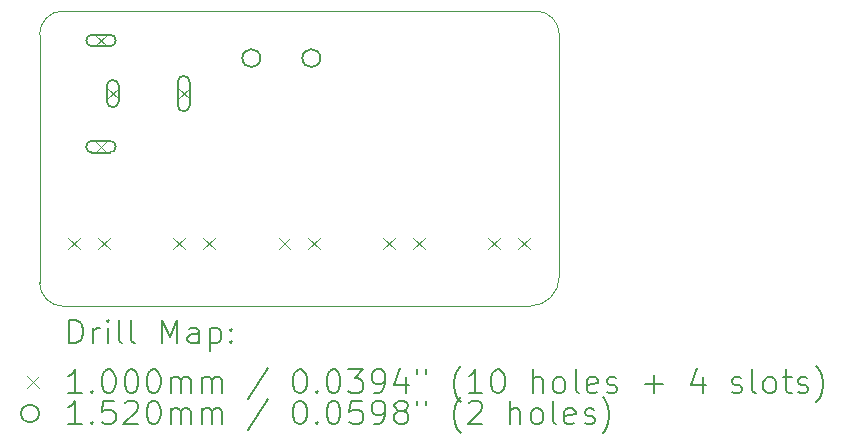
<source format=gbr>
%TF.GenerationSoftware,KiCad,Pcbnew,(6.0.8)*%
%TF.CreationDate,2023-01-24T15:15:18-07:00*%
%TF.ProjectId,Power,506f7765-722e-46b6-9963-61645f706362,rev?*%
%TF.SameCoordinates,Original*%
%TF.FileFunction,Drillmap*%
%TF.FilePolarity,Positive*%
%FSLAX45Y45*%
G04 Gerber Fmt 4.5, Leading zero omitted, Abs format (unit mm)*
G04 Created by KiCad (PCBNEW (6.0.8)) date 2023-01-24 15:15:18*
%MOMM*%
%LPD*%
G01*
G04 APERTURE LIST*
%ADD10C,0.100000*%
%ADD11C,0.200000*%
%ADD12C,0.152000*%
G04 APERTURE END LIST*
D10*
X11150000Y-10700000D02*
G75*
G03*
X11350000Y-10900000I200000J0D01*
G01*
X15350000Y-8400000D02*
X11350000Y-8400000D01*
X15300000Y-10900000D02*
G75*
G03*
X15550000Y-10650000I0J250000D01*
G01*
X15550000Y-10650000D02*
X15550000Y-8600000D01*
X11150000Y-8600000D02*
X11150000Y-10700000D01*
X15550000Y-8600000D02*
G75*
G03*
X15350000Y-8400000I-200000J0D01*
G01*
X11350000Y-10900000D02*
X15300000Y-10900000D01*
X11350000Y-8400000D02*
G75*
G03*
X11150000Y-8600000I0J-200000D01*
G01*
D11*
D10*
X11392250Y-10320000D02*
X11492250Y-10420000D01*
X11492250Y-10320000D02*
X11392250Y-10420000D01*
X11620000Y-8600000D02*
X11720000Y-8700000D01*
X11720000Y-8600000D02*
X11620000Y-8700000D01*
D11*
X11745000Y-8600000D02*
X11595000Y-8600000D01*
X11745000Y-8700000D02*
X11595000Y-8700000D01*
X11595000Y-8600000D02*
G75*
G03*
X11595000Y-8700000I0J-50000D01*
G01*
X11745000Y-8700000D02*
G75*
G03*
X11745000Y-8600000I0J50000D01*
G01*
D10*
X11620000Y-9500000D02*
X11720000Y-9600000D01*
X11720000Y-9500000D02*
X11620000Y-9600000D01*
D11*
X11745000Y-9500000D02*
X11595000Y-9500000D01*
X11745000Y-9600000D02*
X11595000Y-9600000D01*
X11595000Y-9500000D02*
G75*
G03*
X11595000Y-9600000I0J-50000D01*
G01*
X11745000Y-9600000D02*
G75*
G03*
X11745000Y-9500000I0J50000D01*
G01*
D10*
X11642250Y-10320000D02*
X11742250Y-10420000D01*
X11742250Y-10320000D02*
X11642250Y-10420000D01*
X11720000Y-9050000D02*
X11820000Y-9150000D01*
X11820000Y-9050000D02*
X11720000Y-9150000D01*
D11*
X11720000Y-9035000D02*
X11720000Y-9165000D01*
X11820000Y-9035000D02*
X11820000Y-9165000D01*
X11720000Y-9165000D02*
G75*
G03*
X11820000Y-9165000I50000J0D01*
G01*
X11820000Y-9035000D02*
G75*
G03*
X11720000Y-9035000I-50000J0D01*
G01*
D10*
X12281250Y-10320000D02*
X12381250Y-10420000D01*
X12381250Y-10320000D02*
X12281250Y-10420000D01*
X12320000Y-9050000D02*
X12420000Y-9150000D01*
X12420000Y-9050000D02*
X12320000Y-9150000D01*
D11*
X12320000Y-9000000D02*
X12320000Y-9200000D01*
X12420000Y-9000000D02*
X12420000Y-9200000D01*
X12320000Y-9200000D02*
G75*
G03*
X12420000Y-9200000I50000J0D01*
G01*
X12420000Y-9000000D02*
G75*
G03*
X12320000Y-9000000I-50000J0D01*
G01*
D10*
X12531250Y-10320000D02*
X12631250Y-10420000D01*
X12631250Y-10320000D02*
X12531250Y-10420000D01*
X13174250Y-10320000D02*
X13274250Y-10420000D01*
X13274250Y-10320000D02*
X13174250Y-10420000D01*
X13424250Y-10320000D02*
X13524250Y-10420000D01*
X13524250Y-10320000D02*
X13424250Y-10420000D01*
X14059250Y-10320000D02*
X14159250Y-10420000D01*
X14159250Y-10320000D02*
X14059250Y-10420000D01*
X14309250Y-10320000D02*
X14409250Y-10420000D01*
X14409250Y-10320000D02*
X14309250Y-10420000D01*
X14948250Y-10320000D02*
X15048250Y-10420000D01*
X15048250Y-10320000D02*
X14948250Y-10420000D01*
X15198250Y-10320000D02*
X15298250Y-10420000D01*
X15298250Y-10320000D02*
X15198250Y-10420000D01*
D12*
X13019000Y-8800000D02*
G75*
G03*
X13019000Y-8800000I-76000J0D01*
G01*
X13527000Y-8800000D02*
G75*
G03*
X13527000Y-8800000I-76000J0D01*
G01*
D11*
X11402619Y-11215476D02*
X11402619Y-11015476D01*
X11450238Y-11015476D01*
X11478809Y-11025000D01*
X11497857Y-11044048D01*
X11507381Y-11063095D01*
X11516905Y-11101190D01*
X11516905Y-11129762D01*
X11507381Y-11167857D01*
X11497857Y-11186905D01*
X11478809Y-11205952D01*
X11450238Y-11215476D01*
X11402619Y-11215476D01*
X11602619Y-11215476D02*
X11602619Y-11082143D01*
X11602619Y-11120238D02*
X11612143Y-11101190D01*
X11621667Y-11091667D01*
X11640714Y-11082143D01*
X11659762Y-11082143D01*
X11726428Y-11215476D02*
X11726428Y-11082143D01*
X11726428Y-11015476D02*
X11716905Y-11025000D01*
X11726428Y-11034524D01*
X11735952Y-11025000D01*
X11726428Y-11015476D01*
X11726428Y-11034524D01*
X11850238Y-11215476D02*
X11831190Y-11205952D01*
X11821667Y-11186905D01*
X11821667Y-11015476D01*
X11955000Y-11215476D02*
X11935952Y-11205952D01*
X11926428Y-11186905D01*
X11926428Y-11015476D01*
X12183571Y-11215476D02*
X12183571Y-11015476D01*
X12250238Y-11158333D01*
X12316905Y-11015476D01*
X12316905Y-11215476D01*
X12497857Y-11215476D02*
X12497857Y-11110714D01*
X12488333Y-11091667D01*
X12469286Y-11082143D01*
X12431190Y-11082143D01*
X12412143Y-11091667D01*
X12497857Y-11205952D02*
X12478809Y-11215476D01*
X12431190Y-11215476D01*
X12412143Y-11205952D01*
X12402619Y-11186905D01*
X12402619Y-11167857D01*
X12412143Y-11148810D01*
X12431190Y-11139286D01*
X12478809Y-11139286D01*
X12497857Y-11129762D01*
X12593095Y-11082143D02*
X12593095Y-11282143D01*
X12593095Y-11091667D02*
X12612143Y-11082143D01*
X12650238Y-11082143D01*
X12669286Y-11091667D01*
X12678809Y-11101190D01*
X12688333Y-11120238D01*
X12688333Y-11177381D01*
X12678809Y-11196428D01*
X12669286Y-11205952D01*
X12650238Y-11215476D01*
X12612143Y-11215476D01*
X12593095Y-11205952D01*
X12774048Y-11196428D02*
X12783571Y-11205952D01*
X12774048Y-11215476D01*
X12764524Y-11205952D01*
X12774048Y-11196428D01*
X12774048Y-11215476D01*
X12774048Y-11091667D02*
X12783571Y-11101190D01*
X12774048Y-11110714D01*
X12764524Y-11101190D01*
X12774048Y-11091667D01*
X12774048Y-11110714D01*
D10*
X11045000Y-11495000D02*
X11145000Y-11595000D01*
X11145000Y-11495000D02*
X11045000Y-11595000D01*
D11*
X11507381Y-11635476D02*
X11393095Y-11635476D01*
X11450238Y-11635476D02*
X11450238Y-11435476D01*
X11431190Y-11464048D01*
X11412143Y-11483095D01*
X11393095Y-11492619D01*
X11593095Y-11616428D02*
X11602619Y-11625952D01*
X11593095Y-11635476D01*
X11583571Y-11625952D01*
X11593095Y-11616428D01*
X11593095Y-11635476D01*
X11726428Y-11435476D02*
X11745476Y-11435476D01*
X11764524Y-11445000D01*
X11774048Y-11454524D01*
X11783571Y-11473571D01*
X11793095Y-11511667D01*
X11793095Y-11559286D01*
X11783571Y-11597381D01*
X11774048Y-11616428D01*
X11764524Y-11625952D01*
X11745476Y-11635476D01*
X11726428Y-11635476D01*
X11707381Y-11625952D01*
X11697857Y-11616428D01*
X11688333Y-11597381D01*
X11678809Y-11559286D01*
X11678809Y-11511667D01*
X11688333Y-11473571D01*
X11697857Y-11454524D01*
X11707381Y-11445000D01*
X11726428Y-11435476D01*
X11916905Y-11435476D02*
X11935952Y-11435476D01*
X11955000Y-11445000D01*
X11964524Y-11454524D01*
X11974048Y-11473571D01*
X11983571Y-11511667D01*
X11983571Y-11559286D01*
X11974048Y-11597381D01*
X11964524Y-11616428D01*
X11955000Y-11625952D01*
X11935952Y-11635476D01*
X11916905Y-11635476D01*
X11897857Y-11625952D01*
X11888333Y-11616428D01*
X11878809Y-11597381D01*
X11869286Y-11559286D01*
X11869286Y-11511667D01*
X11878809Y-11473571D01*
X11888333Y-11454524D01*
X11897857Y-11445000D01*
X11916905Y-11435476D01*
X12107381Y-11435476D02*
X12126428Y-11435476D01*
X12145476Y-11445000D01*
X12155000Y-11454524D01*
X12164524Y-11473571D01*
X12174048Y-11511667D01*
X12174048Y-11559286D01*
X12164524Y-11597381D01*
X12155000Y-11616428D01*
X12145476Y-11625952D01*
X12126428Y-11635476D01*
X12107381Y-11635476D01*
X12088333Y-11625952D01*
X12078809Y-11616428D01*
X12069286Y-11597381D01*
X12059762Y-11559286D01*
X12059762Y-11511667D01*
X12069286Y-11473571D01*
X12078809Y-11454524D01*
X12088333Y-11445000D01*
X12107381Y-11435476D01*
X12259762Y-11635476D02*
X12259762Y-11502143D01*
X12259762Y-11521190D02*
X12269286Y-11511667D01*
X12288333Y-11502143D01*
X12316905Y-11502143D01*
X12335952Y-11511667D01*
X12345476Y-11530714D01*
X12345476Y-11635476D01*
X12345476Y-11530714D02*
X12355000Y-11511667D01*
X12374048Y-11502143D01*
X12402619Y-11502143D01*
X12421667Y-11511667D01*
X12431190Y-11530714D01*
X12431190Y-11635476D01*
X12526428Y-11635476D02*
X12526428Y-11502143D01*
X12526428Y-11521190D02*
X12535952Y-11511667D01*
X12555000Y-11502143D01*
X12583571Y-11502143D01*
X12602619Y-11511667D01*
X12612143Y-11530714D01*
X12612143Y-11635476D01*
X12612143Y-11530714D02*
X12621667Y-11511667D01*
X12640714Y-11502143D01*
X12669286Y-11502143D01*
X12688333Y-11511667D01*
X12697857Y-11530714D01*
X12697857Y-11635476D01*
X13088333Y-11425952D02*
X12916905Y-11683095D01*
X13345476Y-11435476D02*
X13364524Y-11435476D01*
X13383571Y-11445000D01*
X13393095Y-11454524D01*
X13402619Y-11473571D01*
X13412143Y-11511667D01*
X13412143Y-11559286D01*
X13402619Y-11597381D01*
X13393095Y-11616428D01*
X13383571Y-11625952D01*
X13364524Y-11635476D01*
X13345476Y-11635476D01*
X13326428Y-11625952D01*
X13316905Y-11616428D01*
X13307381Y-11597381D01*
X13297857Y-11559286D01*
X13297857Y-11511667D01*
X13307381Y-11473571D01*
X13316905Y-11454524D01*
X13326428Y-11445000D01*
X13345476Y-11435476D01*
X13497857Y-11616428D02*
X13507381Y-11625952D01*
X13497857Y-11635476D01*
X13488333Y-11625952D01*
X13497857Y-11616428D01*
X13497857Y-11635476D01*
X13631190Y-11435476D02*
X13650238Y-11435476D01*
X13669286Y-11445000D01*
X13678809Y-11454524D01*
X13688333Y-11473571D01*
X13697857Y-11511667D01*
X13697857Y-11559286D01*
X13688333Y-11597381D01*
X13678809Y-11616428D01*
X13669286Y-11625952D01*
X13650238Y-11635476D01*
X13631190Y-11635476D01*
X13612143Y-11625952D01*
X13602619Y-11616428D01*
X13593095Y-11597381D01*
X13583571Y-11559286D01*
X13583571Y-11511667D01*
X13593095Y-11473571D01*
X13602619Y-11454524D01*
X13612143Y-11445000D01*
X13631190Y-11435476D01*
X13764524Y-11435476D02*
X13888333Y-11435476D01*
X13821667Y-11511667D01*
X13850238Y-11511667D01*
X13869286Y-11521190D01*
X13878809Y-11530714D01*
X13888333Y-11549762D01*
X13888333Y-11597381D01*
X13878809Y-11616428D01*
X13869286Y-11625952D01*
X13850238Y-11635476D01*
X13793095Y-11635476D01*
X13774048Y-11625952D01*
X13764524Y-11616428D01*
X13983571Y-11635476D02*
X14021667Y-11635476D01*
X14040714Y-11625952D01*
X14050238Y-11616428D01*
X14069286Y-11587857D01*
X14078809Y-11549762D01*
X14078809Y-11473571D01*
X14069286Y-11454524D01*
X14059762Y-11445000D01*
X14040714Y-11435476D01*
X14002619Y-11435476D01*
X13983571Y-11445000D01*
X13974048Y-11454524D01*
X13964524Y-11473571D01*
X13964524Y-11521190D01*
X13974048Y-11540238D01*
X13983571Y-11549762D01*
X14002619Y-11559286D01*
X14040714Y-11559286D01*
X14059762Y-11549762D01*
X14069286Y-11540238D01*
X14078809Y-11521190D01*
X14250238Y-11502143D02*
X14250238Y-11635476D01*
X14202619Y-11425952D02*
X14155000Y-11568809D01*
X14278809Y-11568809D01*
X14345476Y-11435476D02*
X14345476Y-11473571D01*
X14421667Y-11435476D02*
X14421667Y-11473571D01*
X14716905Y-11711667D02*
X14707381Y-11702143D01*
X14688333Y-11673571D01*
X14678809Y-11654524D01*
X14669286Y-11625952D01*
X14659762Y-11578333D01*
X14659762Y-11540238D01*
X14669286Y-11492619D01*
X14678809Y-11464048D01*
X14688333Y-11445000D01*
X14707381Y-11416428D01*
X14716905Y-11406905D01*
X14897857Y-11635476D02*
X14783571Y-11635476D01*
X14840714Y-11635476D02*
X14840714Y-11435476D01*
X14821667Y-11464048D01*
X14802619Y-11483095D01*
X14783571Y-11492619D01*
X15021667Y-11435476D02*
X15040714Y-11435476D01*
X15059762Y-11445000D01*
X15069286Y-11454524D01*
X15078809Y-11473571D01*
X15088333Y-11511667D01*
X15088333Y-11559286D01*
X15078809Y-11597381D01*
X15069286Y-11616428D01*
X15059762Y-11625952D01*
X15040714Y-11635476D01*
X15021667Y-11635476D01*
X15002619Y-11625952D01*
X14993095Y-11616428D01*
X14983571Y-11597381D01*
X14974048Y-11559286D01*
X14974048Y-11511667D01*
X14983571Y-11473571D01*
X14993095Y-11454524D01*
X15002619Y-11445000D01*
X15021667Y-11435476D01*
X15326428Y-11635476D02*
X15326428Y-11435476D01*
X15412143Y-11635476D02*
X15412143Y-11530714D01*
X15402619Y-11511667D01*
X15383571Y-11502143D01*
X15355000Y-11502143D01*
X15335952Y-11511667D01*
X15326428Y-11521190D01*
X15535952Y-11635476D02*
X15516905Y-11625952D01*
X15507381Y-11616428D01*
X15497857Y-11597381D01*
X15497857Y-11540238D01*
X15507381Y-11521190D01*
X15516905Y-11511667D01*
X15535952Y-11502143D01*
X15564524Y-11502143D01*
X15583571Y-11511667D01*
X15593095Y-11521190D01*
X15602619Y-11540238D01*
X15602619Y-11597381D01*
X15593095Y-11616428D01*
X15583571Y-11625952D01*
X15564524Y-11635476D01*
X15535952Y-11635476D01*
X15716905Y-11635476D02*
X15697857Y-11625952D01*
X15688333Y-11606905D01*
X15688333Y-11435476D01*
X15869286Y-11625952D02*
X15850238Y-11635476D01*
X15812143Y-11635476D01*
X15793095Y-11625952D01*
X15783571Y-11606905D01*
X15783571Y-11530714D01*
X15793095Y-11511667D01*
X15812143Y-11502143D01*
X15850238Y-11502143D01*
X15869286Y-11511667D01*
X15878809Y-11530714D01*
X15878809Y-11549762D01*
X15783571Y-11568809D01*
X15955000Y-11625952D02*
X15974048Y-11635476D01*
X16012143Y-11635476D01*
X16031190Y-11625952D01*
X16040714Y-11606905D01*
X16040714Y-11597381D01*
X16031190Y-11578333D01*
X16012143Y-11568809D01*
X15983571Y-11568809D01*
X15964524Y-11559286D01*
X15955000Y-11540238D01*
X15955000Y-11530714D01*
X15964524Y-11511667D01*
X15983571Y-11502143D01*
X16012143Y-11502143D01*
X16031190Y-11511667D01*
X16278809Y-11559286D02*
X16431190Y-11559286D01*
X16355000Y-11635476D02*
X16355000Y-11483095D01*
X16764524Y-11502143D02*
X16764524Y-11635476D01*
X16716905Y-11425952D02*
X16669286Y-11568809D01*
X16793095Y-11568809D01*
X17012143Y-11625952D02*
X17031190Y-11635476D01*
X17069286Y-11635476D01*
X17088333Y-11625952D01*
X17097857Y-11606905D01*
X17097857Y-11597381D01*
X17088333Y-11578333D01*
X17069286Y-11568809D01*
X17040714Y-11568809D01*
X17021667Y-11559286D01*
X17012143Y-11540238D01*
X17012143Y-11530714D01*
X17021667Y-11511667D01*
X17040714Y-11502143D01*
X17069286Y-11502143D01*
X17088333Y-11511667D01*
X17212143Y-11635476D02*
X17193095Y-11625952D01*
X17183571Y-11606905D01*
X17183571Y-11435476D01*
X17316905Y-11635476D02*
X17297857Y-11625952D01*
X17288333Y-11616428D01*
X17278810Y-11597381D01*
X17278810Y-11540238D01*
X17288333Y-11521190D01*
X17297857Y-11511667D01*
X17316905Y-11502143D01*
X17345476Y-11502143D01*
X17364524Y-11511667D01*
X17374048Y-11521190D01*
X17383571Y-11540238D01*
X17383571Y-11597381D01*
X17374048Y-11616428D01*
X17364524Y-11625952D01*
X17345476Y-11635476D01*
X17316905Y-11635476D01*
X17440714Y-11502143D02*
X17516905Y-11502143D01*
X17469286Y-11435476D02*
X17469286Y-11606905D01*
X17478810Y-11625952D01*
X17497857Y-11635476D01*
X17516905Y-11635476D01*
X17574048Y-11625952D02*
X17593095Y-11635476D01*
X17631190Y-11635476D01*
X17650238Y-11625952D01*
X17659762Y-11606905D01*
X17659762Y-11597381D01*
X17650238Y-11578333D01*
X17631190Y-11568809D01*
X17602619Y-11568809D01*
X17583571Y-11559286D01*
X17574048Y-11540238D01*
X17574048Y-11530714D01*
X17583571Y-11511667D01*
X17602619Y-11502143D01*
X17631190Y-11502143D01*
X17650238Y-11511667D01*
X17726429Y-11711667D02*
X17735952Y-11702143D01*
X17755000Y-11673571D01*
X17764524Y-11654524D01*
X17774048Y-11625952D01*
X17783571Y-11578333D01*
X17783571Y-11540238D01*
X17774048Y-11492619D01*
X17764524Y-11464048D01*
X17755000Y-11445000D01*
X17735952Y-11416428D01*
X17726429Y-11406905D01*
D12*
X11145000Y-11809000D02*
G75*
G03*
X11145000Y-11809000I-76000J0D01*
G01*
D11*
X11507381Y-11899476D02*
X11393095Y-11899476D01*
X11450238Y-11899476D02*
X11450238Y-11699476D01*
X11431190Y-11728048D01*
X11412143Y-11747095D01*
X11393095Y-11756619D01*
X11593095Y-11880428D02*
X11602619Y-11889952D01*
X11593095Y-11899476D01*
X11583571Y-11889952D01*
X11593095Y-11880428D01*
X11593095Y-11899476D01*
X11783571Y-11699476D02*
X11688333Y-11699476D01*
X11678809Y-11794714D01*
X11688333Y-11785190D01*
X11707381Y-11775667D01*
X11755000Y-11775667D01*
X11774048Y-11785190D01*
X11783571Y-11794714D01*
X11793095Y-11813762D01*
X11793095Y-11861381D01*
X11783571Y-11880428D01*
X11774048Y-11889952D01*
X11755000Y-11899476D01*
X11707381Y-11899476D01*
X11688333Y-11889952D01*
X11678809Y-11880428D01*
X11869286Y-11718524D02*
X11878809Y-11709000D01*
X11897857Y-11699476D01*
X11945476Y-11699476D01*
X11964524Y-11709000D01*
X11974048Y-11718524D01*
X11983571Y-11737571D01*
X11983571Y-11756619D01*
X11974048Y-11785190D01*
X11859762Y-11899476D01*
X11983571Y-11899476D01*
X12107381Y-11699476D02*
X12126428Y-11699476D01*
X12145476Y-11709000D01*
X12155000Y-11718524D01*
X12164524Y-11737571D01*
X12174048Y-11775667D01*
X12174048Y-11823286D01*
X12164524Y-11861381D01*
X12155000Y-11880428D01*
X12145476Y-11889952D01*
X12126428Y-11899476D01*
X12107381Y-11899476D01*
X12088333Y-11889952D01*
X12078809Y-11880428D01*
X12069286Y-11861381D01*
X12059762Y-11823286D01*
X12059762Y-11775667D01*
X12069286Y-11737571D01*
X12078809Y-11718524D01*
X12088333Y-11709000D01*
X12107381Y-11699476D01*
X12259762Y-11899476D02*
X12259762Y-11766143D01*
X12259762Y-11785190D02*
X12269286Y-11775667D01*
X12288333Y-11766143D01*
X12316905Y-11766143D01*
X12335952Y-11775667D01*
X12345476Y-11794714D01*
X12345476Y-11899476D01*
X12345476Y-11794714D02*
X12355000Y-11775667D01*
X12374048Y-11766143D01*
X12402619Y-11766143D01*
X12421667Y-11775667D01*
X12431190Y-11794714D01*
X12431190Y-11899476D01*
X12526428Y-11899476D02*
X12526428Y-11766143D01*
X12526428Y-11785190D02*
X12535952Y-11775667D01*
X12555000Y-11766143D01*
X12583571Y-11766143D01*
X12602619Y-11775667D01*
X12612143Y-11794714D01*
X12612143Y-11899476D01*
X12612143Y-11794714D02*
X12621667Y-11775667D01*
X12640714Y-11766143D01*
X12669286Y-11766143D01*
X12688333Y-11775667D01*
X12697857Y-11794714D01*
X12697857Y-11899476D01*
X13088333Y-11689952D02*
X12916905Y-11947095D01*
X13345476Y-11699476D02*
X13364524Y-11699476D01*
X13383571Y-11709000D01*
X13393095Y-11718524D01*
X13402619Y-11737571D01*
X13412143Y-11775667D01*
X13412143Y-11823286D01*
X13402619Y-11861381D01*
X13393095Y-11880428D01*
X13383571Y-11889952D01*
X13364524Y-11899476D01*
X13345476Y-11899476D01*
X13326428Y-11889952D01*
X13316905Y-11880428D01*
X13307381Y-11861381D01*
X13297857Y-11823286D01*
X13297857Y-11775667D01*
X13307381Y-11737571D01*
X13316905Y-11718524D01*
X13326428Y-11709000D01*
X13345476Y-11699476D01*
X13497857Y-11880428D02*
X13507381Y-11889952D01*
X13497857Y-11899476D01*
X13488333Y-11889952D01*
X13497857Y-11880428D01*
X13497857Y-11899476D01*
X13631190Y-11699476D02*
X13650238Y-11699476D01*
X13669286Y-11709000D01*
X13678809Y-11718524D01*
X13688333Y-11737571D01*
X13697857Y-11775667D01*
X13697857Y-11823286D01*
X13688333Y-11861381D01*
X13678809Y-11880428D01*
X13669286Y-11889952D01*
X13650238Y-11899476D01*
X13631190Y-11899476D01*
X13612143Y-11889952D01*
X13602619Y-11880428D01*
X13593095Y-11861381D01*
X13583571Y-11823286D01*
X13583571Y-11775667D01*
X13593095Y-11737571D01*
X13602619Y-11718524D01*
X13612143Y-11709000D01*
X13631190Y-11699476D01*
X13878809Y-11699476D02*
X13783571Y-11699476D01*
X13774048Y-11794714D01*
X13783571Y-11785190D01*
X13802619Y-11775667D01*
X13850238Y-11775667D01*
X13869286Y-11785190D01*
X13878809Y-11794714D01*
X13888333Y-11813762D01*
X13888333Y-11861381D01*
X13878809Y-11880428D01*
X13869286Y-11889952D01*
X13850238Y-11899476D01*
X13802619Y-11899476D01*
X13783571Y-11889952D01*
X13774048Y-11880428D01*
X13983571Y-11899476D02*
X14021667Y-11899476D01*
X14040714Y-11889952D01*
X14050238Y-11880428D01*
X14069286Y-11851857D01*
X14078809Y-11813762D01*
X14078809Y-11737571D01*
X14069286Y-11718524D01*
X14059762Y-11709000D01*
X14040714Y-11699476D01*
X14002619Y-11699476D01*
X13983571Y-11709000D01*
X13974048Y-11718524D01*
X13964524Y-11737571D01*
X13964524Y-11785190D01*
X13974048Y-11804238D01*
X13983571Y-11813762D01*
X14002619Y-11823286D01*
X14040714Y-11823286D01*
X14059762Y-11813762D01*
X14069286Y-11804238D01*
X14078809Y-11785190D01*
X14193095Y-11785190D02*
X14174048Y-11775667D01*
X14164524Y-11766143D01*
X14155000Y-11747095D01*
X14155000Y-11737571D01*
X14164524Y-11718524D01*
X14174048Y-11709000D01*
X14193095Y-11699476D01*
X14231190Y-11699476D01*
X14250238Y-11709000D01*
X14259762Y-11718524D01*
X14269286Y-11737571D01*
X14269286Y-11747095D01*
X14259762Y-11766143D01*
X14250238Y-11775667D01*
X14231190Y-11785190D01*
X14193095Y-11785190D01*
X14174048Y-11794714D01*
X14164524Y-11804238D01*
X14155000Y-11823286D01*
X14155000Y-11861381D01*
X14164524Y-11880428D01*
X14174048Y-11889952D01*
X14193095Y-11899476D01*
X14231190Y-11899476D01*
X14250238Y-11889952D01*
X14259762Y-11880428D01*
X14269286Y-11861381D01*
X14269286Y-11823286D01*
X14259762Y-11804238D01*
X14250238Y-11794714D01*
X14231190Y-11785190D01*
X14345476Y-11699476D02*
X14345476Y-11737571D01*
X14421667Y-11699476D02*
X14421667Y-11737571D01*
X14716905Y-11975667D02*
X14707381Y-11966143D01*
X14688333Y-11937571D01*
X14678809Y-11918524D01*
X14669286Y-11889952D01*
X14659762Y-11842333D01*
X14659762Y-11804238D01*
X14669286Y-11756619D01*
X14678809Y-11728048D01*
X14688333Y-11709000D01*
X14707381Y-11680428D01*
X14716905Y-11670905D01*
X14783571Y-11718524D02*
X14793095Y-11709000D01*
X14812143Y-11699476D01*
X14859762Y-11699476D01*
X14878809Y-11709000D01*
X14888333Y-11718524D01*
X14897857Y-11737571D01*
X14897857Y-11756619D01*
X14888333Y-11785190D01*
X14774048Y-11899476D01*
X14897857Y-11899476D01*
X15135952Y-11899476D02*
X15135952Y-11699476D01*
X15221667Y-11899476D02*
X15221667Y-11794714D01*
X15212143Y-11775667D01*
X15193095Y-11766143D01*
X15164524Y-11766143D01*
X15145476Y-11775667D01*
X15135952Y-11785190D01*
X15345476Y-11899476D02*
X15326428Y-11889952D01*
X15316905Y-11880428D01*
X15307381Y-11861381D01*
X15307381Y-11804238D01*
X15316905Y-11785190D01*
X15326428Y-11775667D01*
X15345476Y-11766143D01*
X15374048Y-11766143D01*
X15393095Y-11775667D01*
X15402619Y-11785190D01*
X15412143Y-11804238D01*
X15412143Y-11861381D01*
X15402619Y-11880428D01*
X15393095Y-11889952D01*
X15374048Y-11899476D01*
X15345476Y-11899476D01*
X15526428Y-11899476D02*
X15507381Y-11889952D01*
X15497857Y-11870905D01*
X15497857Y-11699476D01*
X15678809Y-11889952D02*
X15659762Y-11899476D01*
X15621667Y-11899476D01*
X15602619Y-11889952D01*
X15593095Y-11870905D01*
X15593095Y-11794714D01*
X15602619Y-11775667D01*
X15621667Y-11766143D01*
X15659762Y-11766143D01*
X15678809Y-11775667D01*
X15688333Y-11794714D01*
X15688333Y-11813762D01*
X15593095Y-11832809D01*
X15764524Y-11889952D02*
X15783571Y-11899476D01*
X15821667Y-11899476D01*
X15840714Y-11889952D01*
X15850238Y-11870905D01*
X15850238Y-11861381D01*
X15840714Y-11842333D01*
X15821667Y-11832809D01*
X15793095Y-11832809D01*
X15774048Y-11823286D01*
X15764524Y-11804238D01*
X15764524Y-11794714D01*
X15774048Y-11775667D01*
X15793095Y-11766143D01*
X15821667Y-11766143D01*
X15840714Y-11775667D01*
X15916905Y-11975667D02*
X15926428Y-11966143D01*
X15945476Y-11937571D01*
X15955000Y-11918524D01*
X15964524Y-11889952D01*
X15974048Y-11842333D01*
X15974048Y-11804238D01*
X15964524Y-11756619D01*
X15955000Y-11728048D01*
X15945476Y-11709000D01*
X15926428Y-11680428D01*
X15916905Y-11670905D01*
M02*

</source>
